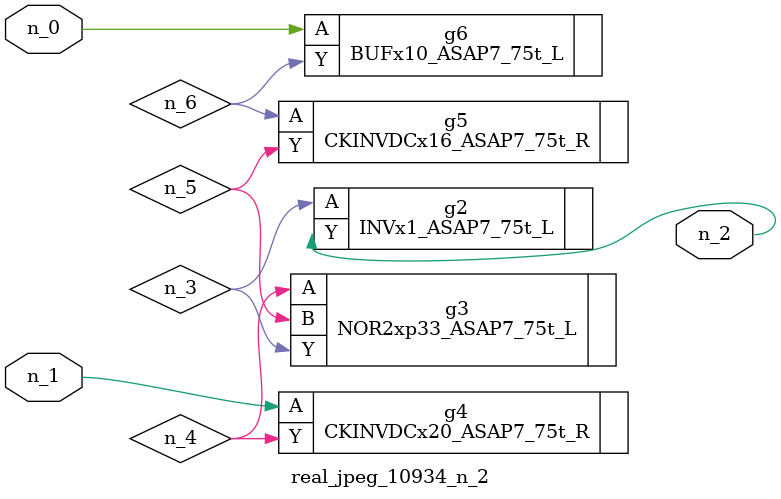
<source format=v>
module real_jpeg_10934_n_2 (n_1, n_0, n_2);

input n_1;
input n_0;

output n_2;

wire n_5;
wire n_4;
wire n_6;
wire n_3;

BUFx10_ASAP7_75t_L g6 ( 
.A(n_0),
.Y(n_6)
);

CKINVDCx20_ASAP7_75t_R g4 ( 
.A(n_1),
.Y(n_4)
);

INVx1_ASAP7_75t_L g2 ( 
.A(n_3),
.Y(n_2)
);

NOR2xp33_ASAP7_75t_L g3 ( 
.A(n_4),
.B(n_5),
.Y(n_3)
);

CKINVDCx16_ASAP7_75t_R g5 ( 
.A(n_6),
.Y(n_5)
);


endmodule
</source>
